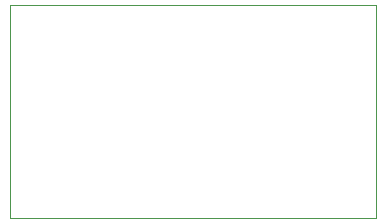
<source format=gbr>
%TF.GenerationSoftware,KiCad,Pcbnew,8.0.7*%
%TF.CreationDate,2025-01-16T05:51:54+01:00*%
%TF.ProjectId,RP2040Micro,52503230-3430-44d6-9963-726f2e6b6963,rev?*%
%TF.SameCoordinates,Original*%
%TF.FileFunction,Profile,NP*%
%FSLAX46Y46*%
G04 Gerber Fmt 4.6, Leading zero omitted, Abs format (unit mm)*
G04 Created by KiCad (PCBNEW 8.0.7) date 2025-01-16 05:51:54*
%MOMM*%
%LPD*%
G01*
G04 APERTURE LIST*
%TA.AperFunction,Profile*%
%ADD10C,0.100000*%
%TD*%
G04 APERTURE END LIST*
D10*
X105200000Y-81630000D02*
X136200000Y-81630000D01*
X136200000Y-99630000D01*
X105200000Y-99630000D01*
X105200000Y-81630000D01*
M02*

</source>
